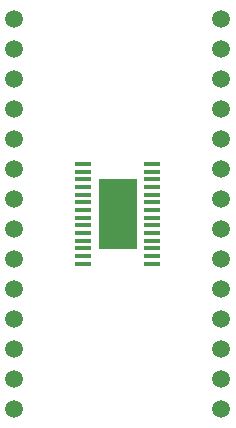
<source format=gts>
%TF.GenerationSoftware,KiCad,Pcbnew,(7.0.0)*%
%TF.CreationDate,2023-07-16T15:36:17-04:00*%
%TF.ProjectId,luminator,6c756d69-6e61-4746-9f72-2e6b69636164,rev?*%
%TF.SameCoordinates,Original*%
%TF.FileFunction,Soldermask,Top*%
%TF.FilePolarity,Negative*%
%FSLAX46Y46*%
G04 Gerber Fmt 4.6, Leading zero omitted, Abs format (unit mm)*
G04 Created by KiCad (PCBNEW (7.0.0)) date 2023-07-16 15:36:17*
%MOMM*%
%LPD*%
G01*
G04 APERTURE LIST*
%ADD10C,1.500000*%
%ADD11R,1.473200X0.355600*%
%ADD12R,3.200001X6.000001*%
G04 APERTURE END LIST*
D10*
X123952000Y-88900000D03*
X123952000Y-86360000D03*
X123952000Y-83820000D03*
X123952000Y-81280000D03*
X123952000Y-78740000D03*
X123952000Y-76200000D03*
X123952000Y-73660000D03*
X123952000Y-71120000D03*
X123952000Y-68580000D03*
X123952000Y-66040000D03*
X123952000Y-63500000D03*
X123952000Y-60960000D03*
X123952000Y-58420000D03*
X123952000Y-55880000D03*
X106426000Y-55880000D03*
X106426000Y-58420000D03*
X106426000Y-60960000D03*
X106426000Y-63500000D03*
X106426000Y-66040000D03*
X106426000Y-68580000D03*
X106426000Y-71120000D03*
X106426000Y-73660000D03*
X106426000Y-76200000D03*
X106426000Y-78740000D03*
X106426000Y-81280000D03*
X106426000Y-83820000D03*
X106426000Y-86360000D03*
X106426000Y-88900000D03*
D11*
X112267999Y-68164999D03*
X112267999Y-68815000D03*
X112267999Y-69464999D03*
X112267999Y-70115000D03*
X112267999Y-70764998D03*
X112267999Y-71415000D03*
X112267999Y-72064998D03*
X112267999Y-72714997D03*
X112267999Y-73364998D03*
X112267999Y-74014997D03*
X112267999Y-74664998D03*
X112267999Y-75314997D03*
X112267999Y-75964998D03*
X112267999Y-76614997D03*
X118109999Y-76614999D03*
X118109999Y-75964998D03*
X118109999Y-75314999D03*
X118109999Y-74664998D03*
X118109999Y-74015000D03*
X118109999Y-73364998D03*
X118109999Y-72715000D03*
X118109999Y-72064998D03*
X118109999Y-71415000D03*
X118109999Y-70764998D03*
X118109999Y-70115000D03*
X118109999Y-69464999D03*
X118109999Y-68815000D03*
X118109999Y-68164999D03*
D12*
X115188999Y-72389999D03*
M02*

</source>
